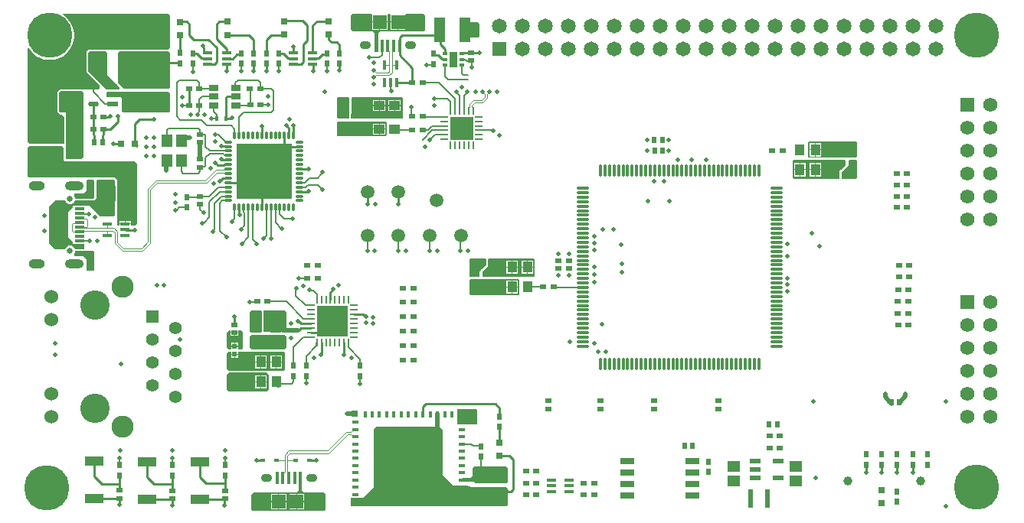
<source format=gtl>
G04*
G04 #@! TF.GenerationSoftware,Altium Limited,Altium Designer,22.9.1 (49)*
G04*
G04 Layer_Physical_Order=1*
G04 Layer_Color=255*
%FSLAX25Y25*%
%MOIN*%
G70*
G04*
G04 #@! TF.SameCoordinates,09DA8A7C-0E06-47C8-8122-5E973528E8BD*
G04*
G04*
G04 #@! TF.FilePolarity,Positive*
G04*
G01*
G75*
%ADD15C,0.00500*%
%ADD17C,0.01000*%
%ADD20R,0.02362X0.02520*%
%ADD21R,0.02520X0.02362*%
%ADD22R,0.02953X0.02362*%
%ADD23R,0.04331X0.05118*%
%ADD24O,0.05512X0.01181*%
%ADD25O,0.01181X0.05512*%
%ADD26R,0.03150X0.03150*%
%ADD27R,0.02362X0.02953*%
%ADD28R,0.04724X0.03937*%
%ADD29R,0.02423X0.02254*%
%ADD30R,0.05512X0.05118*%
%ADD31R,0.04528X0.02362*%
%ADD32R,0.06496X0.02559*%
%ADD33R,0.02362X0.07874*%
%ADD34R,0.04134X0.01772*%
%ADD35R,0.04331X0.02559*%
%ADD36R,0.01772X0.01968*%
%ADD37O,0.01181X0.03347*%
%ADD38O,0.03347X0.01181*%
%ADD39R,0.24410X0.24410*%
%ADD40R,0.04724X0.05512*%
%ADD41R,0.04134X0.01575*%
%ADD42R,0.03150X0.01575*%
%ADD43R,0.01575X0.03150*%
%ADD44R,0.05709X0.05709*%
%ADD45R,0.02756X0.02756*%
%ADD46R,0.03937X0.03543*%
%ADD47R,0.13189X0.13189*%
%ADD48O,0.00984X0.03543*%
%ADD49O,0.03543X0.00984*%
%ADD50R,0.01575X0.04331*%
G04:AMPARAMS|DCode=51|XSize=9.42mil|YSize=35.67mil|CornerRadius=4.71mil|HoleSize=0mil|Usage=FLASHONLY|Rotation=90.000|XOffset=0mil|YOffset=0mil|HoleType=Round|Shape=RoundedRectangle|*
%AMROUNDEDRECTD51*
21,1,0.00942,0.02625,0,0,90.0*
21,1,0.00000,0.03567,0,0,90.0*
1,1,0.00942,0.01313,0.00000*
1,1,0.00942,0.01313,0.00000*
1,1,0.00942,-0.01313,0.00000*
1,1,0.00942,-0.01313,0.00000*
%
%ADD51ROUNDEDRECTD51*%
G04:AMPARAMS|DCode=52|XSize=35.67mil|YSize=9.42mil|CornerRadius=4.71mil|HoleSize=0mil|Usage=FLASHONLY|Rotation=90.000|XOffset=0mil|YOffset=0mil|HoleType=Round|Shape=RoundedRectangle|*
%AMROUNDEDRECTD52*
21,1,0.03567,0.00000,0,0,90.0*
21,1,0.02625,0.00942,0,0,90.0*
1,1,0.00942,0.00000,0.01313*
1,1,0.00942,0.00000,-0.01313*
1,1,0.00942,0.00000,-0.01313*
1,1,0.00942,0.00000,0.01313*
%
%ADD52ROUNDEDRECTD52*%
%ADD53R,0.00942X0.03567*%
%ADD54R,0.01890X0.06693*%
%ADD55R,0.05984X0.06693*%
%ADD56R,0.04488X0.01181*%
%ADD57R,0.04488X0.02362*%
%ADD58R,0.04331X0.01575*%
%ADD59R,0.07874X0.04134*%
%ADD62R,0.02244X0.01654*%
%ADD63C,0.05906*%
%ADD64R,0.05118X0.10630*%
%ADD65R,0.03740X0.06693*%
%ADD66R,0.01850X0.01575*%
%ADD67R,0.03150X0.03150*%
%ADD68R,0.03543X0.03937*%
%ADD69R,0.04745X0.02095*%
G04:AMPARAMS|DCode=70|XSize=47.45mil|YSize=20.95mil|CornerRadius=10.48mil|HoleSize=0mil|Usage=FLASHONLY|Rotation=180.000|XOffset=0mil|YOffset=0mil|HoleType=Round|Shape=RoundedRectangle|*
%AMROUNDEDRECTD70*
21,1,0.04745,0.00000,0,0,180.0*
21,1,0.02650,0.02095,0,0,180.0*
1,1,0.02095,-0.01325,0.00000*
1,1,0.02095,0.01325,0.00000*
1,1,0.02095,0.01325,0.00000*
1,1,0.02095,-0.01325,0.00000*
%
%ADD70ROUNDEDRECTD70*%
%ADD71R,0.02254X0.02423*%
%ADD101R,0.10236X0.10236*%
%ADD131C,0.02559*%
%ADD132R,0.02362X0.02362*%
%ADD133R,0.05906X0.05906*%
%ADD134R,0.01575X0.05315*%
%ADD135C,0.00600*%
%ADD136C,0.02000*%
%ADD137C,0.00522*%
%ADD138C,0.00800*%
%ADD139C,0.00444*%
%ADD140C,0.00598*%
%ADD141C,0.06201*%
%ADD142R,0.06201X0.06201*%
%ADD143C,0.03937*%
%ADD144C,0.19685*%
%ADD145O,0.08268X0.03937*%
%ADD146O,0.07087X0.03937*%
%ADD147O,0.04921X0.03347*%
%ADD148O,0.03543X0.06102*%
%ADD149C,0.06496*%
%ADD150R,0.06496X0.06496*%
%ADD151C,0.05504*%
%ADD152C,0.12795*%
%ADD153C,0.09626*%
%ADD154C,0.06024*%
%ADD155R,0.05504X0.05504*%
%ADD156C,0.01968*%
G36*
X175031Y264151D02*
Y257852D01*
X174244Y257065D01*
X155346D01*
X154559Y256277D01*
Y248010D01*
X152984D01*
Y256277D01*
X152227Y257034D01*
X143565D01*
X142748Y257852D01*
Y264151D01*
X143535Y264939D01*
X151725D01*
X152034Y264567D01*
X152034Y264439D01*
Y261439D01*
X155337D01*
X158640D01*
Y264439D01*
X158640Y264567D01*
X158949Y264939D01*
X159599D01*
X159908Y264567D01*
X159908Y264439D01*
Y261439D01*
X163211D01*
X166514D01*
Y264439D01*
X166514Y264567D01*
X166823Y264939D01*
X174244D01*
X175031Y264151D01*
D02*
G37*
G36*
X198823Y260625D02*
Y255123D01*
X198262Y254561D01*
X190556D01*
Y261254D01*
X198195D01*
X198823Y260625D01*
D02*
G37*
G36*
X27559Y264961D02*
X63386Y264961D01*
X64170Y264177D01*
Y249996D01*
X63386Y249213D01*
X35904D01*
X35827Y249228D01*
X29134Y249228D01*
X29134D01*
D01*
X29056Y249213D01*
X28346D01*
X27559Y248425D01*
Y247729D01*
X27540Y247634D01*
X27540Y239767D01*
X27559Y239672D01*
Y239370D01*
X33245Y233684D01*
Y232427D01*
X32694Y231876D01*
X16138D01*
X14957Y230695D01*
Y230393D01*
X14942Y230315D01*
X14942Y222441D01*
X14942Y222441D01*
X14957Y222363D01*
Y222047D01*
X16138Y220866D01*
X16454D01*
X16532Y220851D01*
X16945D01*
X17930Y219866D01*
Y208268D01*
X2756D01*
X1969Y209055D01*
Y249862D01*
X2455Y249978D01*
X2576Y249741D01*
X3559Y248387D01*
X4742Y247204D01*
X6096Y246220D01*
X7587Y245461D01*
X9178Y244944D01*
X10831Y244682D01*
X12504D01*
X14156Y244944D01*
X14553Y245072D01*
X15748Y245461D01*
X17239Y246220D01*
X18592Y247204D01*
X19775Y248387D01*
X20759Y249741D01*
X21519Y251231D01*
X22036Y252823D01*
X22297Y254475D01*
Y256148D01*
X22036Y257801D01*
X21519Y259392D01*
X20759Y260883D01*
X19775Y262237D01*
X18592Y263420D01*
X17239Y264403D01*
X17099Y264474D01*
X17216Y264961D01*
X27559D01*
D01*
D02*
G37*
G36*
X63342Y248370D02*
X64173Y247539D01*
Y232776D01*
X63423Y232026D01*
X43958Y232026D01*
X41339Y234646D01*
Y247737D01*
X41972Y248370D01*
X63342Y248370D01*
D02*
G37*
G36*
X35827Y248425D02*
X36614Y247638D01*
Y238189D01*
X41886Y232917D01*
Y232044D01*
X41732Y231890D01*
X36220D01*
X28343Y239767D01*
X28343Y247634D01*
X29134Y248425D01*
X35827Y248425D01*
D02*
G37*
G36*
X63386Y230709D02*
X64173Y229921D01*
Y222404D01*
X63423Y221654D01*
X43749D01*
X42913Y222489D01*
X42913Y227991D01*
X42913Y227997D01*
X42564Y228346D01*
X42558Y228346D01*
X36614Y228346D01*
X36220Y228740D01*
Y230315D01*
X36614Y230709D01*
X42913Y230709D01*
X63386Y230709D01*
D02*
G37*
G36*
X165298Y228009D02*
X165298Y219235D01*
X143363Y219235D01*
X142913Y219685D01*
Y227953D01*
X143307Y228346D01*
X164961Y228346D01*
X165298Y228009D01*
D02*
G37*
G36*
X141732Y228346D02*
X142113Y227966D01*
X142111Y227953D01*
Y222205D01*
X142047D01*
Y219606D01*
X141634Y219193D01*
X137106Y219193D01*
X136614Y219685D01*
Y227953D01*
X137008Y228346D01*
X141732Y228346D01*
D02*
G37*
G36*
X158409Y217233D02*
Y212003D01*
X157823Y211417D01*
X137008Y211417D01*
X136614Y211811D01*
X136614Y217323D01*
X137008Y217717D01*
X157925Y217717D01*
X158409Y217233D01*
D02*
G37*
G36*
X362992Y208661D02*
X362992Y202756D01*
X362205Y201969D01*
X342126D01*
X341732Y202362D01*
Y208661D01*
X342126Y209055D01*
X362598D01*
X362992Y208661D01*
D02*
G37*
G36*
X26375Y230315D02*
Y222441D01*
X26342Y222409D01*
X26375Y222378D01*
Y202359D01*
X25591Y201575D01*
X18732Y201575D01*
Y221654D01*
X16532Y221654D01*
X15745Y222441D01*
X15745Y230315D01*
X16487Y231057D01*
X25632D01*
X26375Y230315D01*
D02*
G37*
G36*
X362992Y200787D02*
Y193307D01*
X362614Y192929D01*
X356678Y192929D01*
X356315Y193292D01*
X356315Y195889D01*
X358299Y197874D01*
X358347D01*
Y197921D01*
X359260Y198834D01*
Y200803D01*
X359623Y201166D01*
X362205D01*
X362205Y201166D01*
X362360Y201197D01*
X362583D01*
X362992Y200787D01*
D02*
G37*
G36*
X342126Y201166D02*
X357496D01*
X357874Y200787D01*
Y198819D01*
X355984Y196929D01*
X355669D01*
Y196614D01*
X355512Y196457D01*
X355512Y192913D01*
X335433D01*
X335039Y193307D01*
Y200787D01*
X335433Y201181D01*
X342049D01*
X342126Y201166D01*
D02*
G37*
G36*
X30709Y192520D02*
X31102Y192126D01*
Y184646D01*
X30709Y184252D01*
X22807Y184252D01*
Y184593D01*
X22460Y185431D01*
X22437Y185453D01*
Y186614D01*
X26378Y186614D01*
X27559Y187795D01*
Y192126D01*
X27953Y192520D01*
X30709Y192520D01*
D02*
G37*
G36*
X39773Y192504D02*
X40142Y192136D01*
X40142Y190748D01*
X40118D01*
Y182480D01*
X40142D01*
X40142Y177150D01*
X39370Y176378D01*
X33858Y176378D01*
X29134Y181102D01*
X22441D01*
X22368Y181030D01*
X21709D01*
Y180370D01*
X19685Y178347D01*
Y167323D01*
X21709Y165299D01*
Y164494D01*
X26772D01*
Y162205D01*
X22655D01*
X22460Y162675D01*
X21819Y163316D01*
X20981Y163663D01*
X20074D01*
X19236Y163316D01*
X18595Y162675D01*
X18400Y162205D01*
X14173D01*
X11417Y164961D01*
Y180709D01*
X14173Y183465D01*
X18340D01*
X18595Y182849D01*
X19236Y182207D01*
X20074Y181860D01*
X20981D01*
X21819Y182207D01*
X22441Y182830D01*
X22460Y182849D01*
X22685Y183392D01*
X27771D01*
Y183449D01*
X30709D01*
X30709Y183449D01*
X30786Y183465D01*
X31102D01*
X31890Y184252D01*
Y184568D01*
X31905Y184646D01*
Y192126D01*
X31903Y192139D01*
X32268Y192504D01*
X39773Y192504D01*
D02*
G37*
G36*
X17713Y206303D02*
Y201185D01*
X18504Y200394D01*
X48819Y200394D01*
X49606Y199606D01*
X49606Y173228D01*
X48819Y172441D01*
X47003Y172441D01*
Y173053D01*
X44488D01*
X41973D01*
Y172441D01*
X40945D01*
X40945Y182480D01*
X41102D01*
Y190748D01*
X40945D01*
X40945Y192520D01*
X40157Y193307D01*
X31886Y193307D01*
X30786D01*
X30709Y193323D01*
X27953Y193323D01*
D01*
X27953D01*
X27875Y193307D01*
X2756D01*
X1969Y194095D01*
Y206299D01*
X2756Y207087D01*
X16929D01*
X17713Y206303D01*
D02*
G37*
G36*
X222835Y157874D02*
Y150394D01*
X222441Y150000D01*
X215826D01*
X215748Y150015D01*
X208347Y150015D01*
Y150079D01*
X204252D01*
Y150015D01*
X203622D01*
Y150079D01*
X200315D01*
X200000Y150394D01*
Y152362D01*
X202283Y154646D01*
X202362D01*
X202362Y154724D01*
X202362Y155230D01*
X202378Y155307D01*
X202378Y157874D01*
X202378Y157874D01*
X202707Y158268D01*
X222441D01*
X222835Y157874D01*
D02*
G37*
G36*
X31102Y161024D02*
Y153150D01*
X30709Y152756D01*
X27953Y152756D01*
X27559Y153150D01*
Y157874D01*
X26378Y159055D01*
X22437Y159055D01*
Y160070D01*
X22460Y160093D01*
X22807Y160931D01*
Y161345D01*
X27771D01*
Y161417D01*
X30709D01*
X31102Y161024D01*
D02*
G37*
G36*
X201575Y157874D02*
X201575Y155307D01*
X199811Y153543D01*
X199528D01*
Y153260D01*
X198614Y152347D01*
Y150378D01*
X198315Y150079D01*
X194858D01*
X194488Y150448D01*
X194488Y157874D01*
X194867Y158252D01*
X201197Y158252D01*
X201575Y157874D01*
D02*
G37*
G36*
X216142Y148819D02*
Y142520D01*
X215748Y142126D01*
X194882D01*
X194488Y142520D01*
Y148819D01*
X194882Y149213D01*
X215748Y149213D01*
X216142Y148819D01*
D02*
G37*
G36*
X114567Y134646D02*
Y126772D01*
X113905Y126110D01*
X105153D01*
X104740Y126378D01*
Y131282D01*
X104724Y131360D01*
Y135433D01*
X113779D01*
X114567Y134646D01*
D02*
G37*
G36*
X95669Y125984D02*
X95669Y119291D01*
X94882Y118504D01*
X93603D01*
Y119623D01*
X92126D01*
Y119798D01*
D01*
Y119623D01*
X90649D01*
Y118504D01*
X89764D01*
X88857Y119411D01*
X88857Y125865D01*
X89764Y126772D01*
X90516D01*
Y126002D01*
X93736D01*
Y126772D01*
X94882D01*
X95669Y125984D01*
D02*
G37*
G36*
X103902Y135111D02*
Y131282D01*
X103937D01*
Y126378D01*
X103275Y125716D01*
X99481D01*
X98819Y126378D01*
Y134646D01*
X99606Y135433D01*
X103535D01*
X103902Y135111D01*
D02*
G37*
G36*
X114567Y124016D02*
Y119291D01*
X113779Y118504D01*
X99606D01*
X98819Y119291D01*
Y124016D01*
X99606Y124803D01*
X113779D01*
X114567Y124016D01*
D02*
G37*
G36*
X114052Y117023D02*
Y109937D01*
X113265Y109149D01*
X89643D01*
X88856Y109937D01*
Y116630D01*
X89643Y117417D01*
X90649D01*
Y116598D01*
X92126D01*
X93603D01*
Y117417D01*
X113659D01*
X114052Y117023D01*
D02*
G37*
G36*
X89643Y108346D02*
X106194D01*
X106966Y107574D01*
X106966Y100882D01*
X106178Y100094D01*
X89643Y100094D01*
X88856Y100882D01*
Y107574D01*
X89630Y108349D01*
X89643Y108346D01*
D02*
G37*
G36*
X197642Y91963D02*
Y86057D01*
X197249Y85664D01*
X188981D01*
Y92357D01*
X197249D01*
X197642Y91963D01*
D02*
G37*
G36*
X211024Y66929D02*
X211024Y60630D01*
X210390Y59996D01*
X197135D01*
X196348Y60783D01*
X191230D01*
Y62358D01*
X194576Y62358D01*
X195669Y63451D01*
Y66929D01*
X196216Y67476D01*
X210476D01*
X211024Y66929D01*
D02*
G37*
G36*
X182568Y83618D02*
Y63933D01*
X187293Y59209D01*
X192805D01*
Y58781D01*
X193210Y59074D01*
X195167Y58421D01*
X210476D01*
X211024Y57874D01*
Y50787D01*
X210390Y50153D01*
X142805D01*
Y53671D01*
X146926D01*
Y53697D01*
X147923D01*
X152647Y58421D01*
Y83618D01*
X153828Y84799D01*
X181387Y84799D01*
X182568Y83618D01*
D02*
G37*
G36*
X121504Y56754D02*
X122262Y55997D01*
X130923D01*
X131741Y55180D01*
Y48880D01*
X131128Y48268D01*
X100070D01*
X99457Y48880D01*
Y55180D01*
X100245Y55967D01*
X119142D01*
X119930Y56754D01*
Y65022D01*
X121504D01*
Y56754D01*
D02*
G37*
%LPC*%
G36*
X166514Y261089D02*
X163386D01*
Y257961D01*
X166514D01*
Y261089D01*
D02*
G37*
G36*
X163036D02*
X159908D01*
Y257961D01*
X163036D01*
Y261089D01*
D02*
G37*
G36*
X158640D02*
X155512D01*
Y257961D01*
X158640D01*
Y261089D01*
D02*
G37*
G36*
X155162D02*
X152034D01*
Y257961D01*
X155162D01*
Y261089D01*
D02*
G37*
G36*
X164495Y227110D02*
X161958D01*
Y224967D01*
X164495D01*
Y227110D01*
D02*
G37*
G36*
X161608D02*
X159071D01*
Y224967D01*
X161608D01*
Y227110D01*
D02*
G37*
G36*
X157802D02*
X155265D01*
Y224967D01*
X157802D01*
Y227110D01*
D02*
G37*
G36*
X154915D02*
X152378D01*
Y224967D01*
X154915D01*
Y227110D01*
D02*
G37*
G36*
X164495Y224617D02*
X161958D01*
Y222473D01*
X164495D01*
Y224617D01*
D02*
G37*
G36*
X161608D02*
X159071D01*
Y222473D01*
X161608D01*
Y224617D01*
D02*
G37*
G36*
X157802D02*
X155265D01*
Y222473D01*
X157802D01*
Y224617D01*
D02*
G37*
G36*
X154915D02*
X152378D01*
Y222473D01*
X154915D01*
Y224617D01*
D02*
G37*
G36*
X157802Y216874D02*
X155265D01*
Y214731D01*
X157802D01*
Y216874D01*
D02*
G37*
G36*
X154915D02*
X152378D01*
Y214731D01*
X154915D01*
Y216874D01*
D02*
G37*
G36*
X157802Y214381D02*
X155265D01*
Y212237D01*
X157802D01*
Y214381D01*
D02*
G37*
G36*
X154915D02*
X152378D01*
Y212237D01*
X154915D01*
Y214381D01*
D02*
G37*
G36*
X347397Y208421D02*
X345057D01*
Y205687D01*
X347397D01*
Y208421D01*
D02*
G37*
G36*
X344707D02*
X342367D01*
Y205687D01*
X344707D01*
Y208421D01*
D02*
G37*
G36*
X347397Y205337D02*
X345057D01*
Y202603D01*
X347397D01*
Y205337D01*
D02*
G37*
G36*
X344707D02*
X342367D01*
Y202603D01*
X344707D01*
Y205337D01*
D02*
G37*
G36*
X347397Y199759D02*
X345057D01*
Y197025D01*
X347397D01*
Y199759D01*
D02*
G37*
G36*
X340704D02*
X338364D01*
Y197025D01*
X340704D01*
Y199759D01*
D02*
G37*
G36*
X338014D02*
X335674D01*
Y197025D01*
X338014D01*
Y199759D01*
D02*
G37*
G36*
X344707D02*
X342367D01*
Y197025D01*
X344707D01*
Y199759D01*
D02*
G37*
G36*
X347397Y196675D02*
X345057D01*
Y193941D01*
X347397D01*
Y196675D01*
D02*
G37*
G36*
X344707D02*
X342367D01*
Y193941D01*
X344707D01*
Y196675D01*
D02*
G37*
G36*
X340704D02*
X338364D01*
Y193941D01*
X340704D01*
Y196675D01*
D02*
G37*
G36*
X338014D02*
X335674D01*
Y193941D01*
X338014D01*
Y196675D01*
D02*
G37*
G36*
X47003Y174366D02*
X44663D01*
Y173403D01*
X47003D01*
Y174366D01*
D02*
G37*
G36*
X44313D02*
X41973D01*
Y173403D01*
X44313D01*
Y174366D01*
D02*
G37*
G36*
X222082Y157240D02*
X219742D01*
Y154506D01*
X222082D01*
Y157240D01*
D02*
G37*
G36*
X219392D02*
X217052D01*
Y154506D01*
X219392D01*
Y157240D01*
D02*
G37*
G36*
X215389D02*
X213049D01*
Y154506D01*
X215389D01*
Y157240D01*
D02*
G37*
G36*
X212699D02*
X210359D01*
Y154506D01*
X212699D01*
Y157240D01*
D02*
G37*
G36*
X222082Y154156D02*
X219742D01*
Y151422D01*
X222082D01*
Y154156D01*
D02*
G37*
G36*
X219392D02*
X217052D01*
Y151422D01*
X219392D01*
Y154156D01*
D02*
G37*
G36*
X215389D02*
X213049D01*
Y151422D01*
X215389D01*
Y154156D01*
D02*
G37*
G36*
X212699D02*
X210359D01*
Y151422D01*
X212699D01*
Y154156D01*
D02*
G37*
G36*
X215389Y148578D02*
X213049D01*
Y145844D01*
X215389D01*
Y148578D01*
D02*
G37*
G36*
X212699D02*
X210359D01*
Y145844D01*
X212699D01*
Y148578D01*
D02*
G37*
G36*
X215389Y145494D02*
X213049D01*
Y142760D01*
X215389D01*
Y145494D01*
D02*
G37*
G36*
X212699D02*
X210359D01*
Y142760D01*
X212699D01*
Y145494D01*
D02*
G37*
G36*
X93736Y125652D02*
X92301D01*
Y124296D01*
X93736D01*
Y125652D01*
D02*
G37*
G36*
X91951D02*
X90516D01*
Y124296D01*
X91951D01*
Y125652D01*
D02*
G37*
G36*
X93603Y121359D02*
X92301D01*
Y119973D01*
X93603D01*
Y121359D01*
D02*
G37*
G36*
X91951D02*
X90649D01*
Y119973D01*
X91951D01*
Y121359D01*
D02*
G37*
G36*
X93603Y116248D02*
X92301D01*
Y114862D01*
X93603D01*
Y116248D01*
D02*
G37*
G36*
X91951D02*
X90649D01*
Y114862D01*
X91951D01*
Y116248D01*
D02*
G37*
G36*
X112754Y115900D02*
X110414D01*
Y113166D01*
X112754D01*
Y115900D01*
D02*
G37*
G36*
X110064D02*
X107723D01*
Y113166D01*
X110064D01*
Y115900D01*
D02*
G37*
G36*
X106061D02*
X103721D01*
Y113166D01*
X106061D01*
Y115900D01*
D02*
G37*
G36*
X103371D02*
X101030D01*
Y113166D01*
X103371D01*
Y115900D01*
D02*
G37*
G36*
X112754Y112816D02*
X110414D01*
Y110082D01*
X112754D01*
Y112816D01*
D02*
G37*
G36*
X110064D02*
X107723D01*
Y110082D01*
X110064D01*
Y112816D01*
D02*
G37*
G36*
X106061D02*
X103721D01*
Y110082D01*
X106061D01*
Y112816D01*
D02*
G37*
G36*
X103371D02*
X101030D01*
Y110082D01*
X103371D01*
Y112816D01*
D02*
G37*
G36*
X106061Y107238D02*
X103721D01*
Y104504D01*
X106061D01*
Y107238D01*
D02*
G37*
G36*
X103371D02*
X101030D01*
Y104504D01*
X103371D01*
Y107238D01*
D02*
G37*
G36*
X106061Y104154D02*
X103721D01*
Y101420D01*
X106061D01*
Y104154D01*
D02*
G37*
G36*
X103371D02*
X101030D01*
Y101420D01*
X103371D01*
Y104154D01*
D02*
G37*
G36*
X122493Y55433D02*
X119365D01*
Y52306D01*
X122493D01*
Y55433D01*
D02*
G37*
G36*
X119015D02*
X115887D01*
Y52306D01*
X119015D01*
Y55433D01*
D02*
G37*
G36*
X114619D02*
X111491D01*
Y52306D01*
X114619D01*
Y55433D01*
D02*
G37*
G36*
X111141D02*
X108013D01*
Y52306D01*
X111141D01*
Y55433D01*
D02*
G37*
G36*
X122493Y51956D02*
X119365D01*
Y48828D01*
X122493D01*
Y51956D01*
D02*
G37*
G36*
X119015D02*
X115887D01*
Y48828D01*
X119015D01*
Y51956D01*
D02*
G37*
G36*
X114619D02*
X111491D01*
Y48828D01*
X114619D01*
Y51956D01*
D02*
G37*
G36*
X111141D02*
X108013D01*
Y48828D01*
X111141D01*
Y51956D01*
D02*
G37*
%LPD*%
D15*
X128347Y190157D02*
X130526Y187978D01*
X105946Y168151D02*
Y180559D01*
X100041Y166495D02*
X101585Y164951D01*
X104724Y166929D02*
X105946Y168151D01*
X101585Y164566D02*
Y164951D01*
X78983Y173865D02*
X81178Y176059D01*
X77953Y173622D02*
X78196Y173865D01*
X83465Y170817D02*
Y182283D01*
X85827Y170079D02*
Y182285D01*
X78196Y173865D02*
X78983D01*
X82677Y170029D02*
X83465Y170817D01*
X81178Y176059D02*
Y182754D01*
X82677Y169685D02*
Y170029D01*
X94882Y170866D02*
Y170875D01*
X90945Y174378D02*
X92026Y175459D01*
Y177905D01*
X90945Y174016D02*
Y174378D01*
X85827Y170079D02*
X88583Y167323D01*
X95276Y164567D02*
X95276D01*
X96494Y172487D02*
Y177905D01*
X94882Y170875D02*
X96494Y172487D01*
X100041Y166495D02*
Y180559D01*
X98072Y167364D02*
Y180559D01*
X95276Y164567D02*
X98072Y167364D01*
X71260Y184941D02*
X76909D01*
X77165Y185197D02*
X80866D01*
X76909Y184941D02*
X77165Y185197D01*
X128288Y193249D02*
X129855Y194816D01*
Y194865D02*
X130315Y195325D01*
X124745Y193249D02*
X128288D01*
X122685Y191189D02*
X124745Y193249D01*
X129855Y194816D02*
Y194865D01*
X124016Y190157D02*
X128347D01*
X123079Y189220D02*
X124016Y190157D01*
X130315Y195325D02*
Y195669D01*
X120513Y191189D02*
X122685D01*
X120513Y189220D02*
X123079D01*
X84890D02*
X89411D01*
X85675Y187252D02*
X89411D01*
X80866Y185197D02*
X84890Y189220D01*
X81178Y182754D02*
X85675Y187252D01*
X83465Y182283D02*
X86464Y185283D01*
X86856Y183315D02*
X89411D01*
X86464Y185283D02*
X89411D01*
X85827Y182285D02*
X86856Y183315D01*
X92167Y178046D02*
Y180559D01*
X96104Y178295D02*
Y180559D01*
X92026Y177905D02*
X92167Y178046D01*
X96104Y178295D02*
X96494Y177905D01*
D17*
X198261Y247867D02*
X198425Y248031D01*
X195195Y247867D02*
X198261D01*
X366929Y64961D02*
Y68209D01*
X373622Y64961D02*
Y68209D01*
X380315Y64961D02*
Y68209D01*
X387402Y64961D02*
Y68209D01*
X113779Y261811D02*
X121653D01*
X117717Y247933D02*
Y250394D01*
Y247933D02*
X117815Y247835D01*
X122047Y243701D02*
Y251575D01*
X121653Y261811D02*
X123622Y259842D01*
X122047Y251575D02*
X123622Y253150D01*
Y259842D01*
X126083Y247835D02*
Y259744D01*
X127953Y261614D01*
X128698Y245627D02*
X130315Y247244D01*
X127953Y261614D02*
X133071D01*
X130315Y247244D02*
X131988D01*
X132283Y247539D01*
X115199Y245627D02*
X116971D01*
X117323Y245276D01*
X117815Y242717D02*
X121063D01*
X122047Y243701D01*
X126083Y242717D02*
X126378Y242421D01*
Y239764D02*
Y242421D01*
X127165Y245276D02*
X127517Y245627D01*
X128698D01*
X68504Y247638D02*
Y255118D01*
X68898Y261417D02*
X71260D01*
X72441Y260236D01*
Y255512D02*
Y260236D01*
Y255512D02*
X74410Y253543D01*
X74016Y247539D02*
X74072Y247483D01*
X75745D01*
X77798Y245430D01*
X74410Y253543D02*
X80709D01*
X78347Y250525D02*
Y250787D01*
Y250525D02*
X78847Y250025D01*
Y248220D02*
Y250025D01*
X77798Y245430D02*
X80259D01*
X78847Y248220D02*
X80028D01*
X80413Y247835D01*
X80259Y245430D02*
X80413Y245276D01*
X105905Y253543D02*
X107874Y255512D01*
X113779D01*
X111417Y247539D02*
X113287D01*
X113771Y255717D02*
X113779Y255709D01*
X113754Y255487D02*
X113820Y255421D01*
X113287Y247539D02*
X115199Y245627D01*
X98425Y255512D02*
X100394Y253543D01*
X100394Y239764D02*
X100394Y239764D01*
Y243012D01*
Y247933D02*
Y253543D01*
X105905Y247539D02*
Y253543D01*
Y239764D02*
Y243012D01*
X88681Y247835D02*
Y249508D01*
X88583Y242331D02*
X88973Y242721D01*
X89459D01*
X88681Y245276D02*
X91339D01*
X93152Y247089D01*
X88976Y255512D02*
X98425D01*
X93152Y247089D02*
X94432D01*
X94882Y247539D01*
X80413Y242717D02*
X83268D01*
X80709Y253543D02*
X84252Y250000D01*
X83268Y242717D02*
X84252Y243701D01*
Y253937D02*
Y260236D01*
Y243701D02*
Y250000D01*
Y260236D02*
X85433Y261417D01*
X84252Y253937D02*
X88681Y249508D01*
X85433Y261417D02*
X88976D01*
X88583Y239764D02*
Y242331D01*
X137795Y240158D02*
Y243012D01*
X133071Y253543D02*
Y255512D01*
Y253543D02*
X134252Y252362D01*
X136614D01*
X137795Y251181D01*
Y247539D02*
Y251181D01*
X67913Y243701D02*
X68504Y243110D01*
X67823Y243307D02*
X67913Y243398D01*
Y243701D01*
X48622Y208268D02*
Y216732D01*
X50787Y218898D02*
X57087D01*
X48622Y216732D02*
X50787Y218898D01*
X72244Y225000D02*
Y232283D01*
X72047Y224803D02*
X72244Y225000D01*
X103988Y215810D02*
X103999Y215821D01*
X103988Y211672D02*
Y215810D01*
X117735Y211683D02*
X117757Y211661D01*
X117735Y215785D02*
X118034Y216084D01*
X114564Y216060D02*
X115789Y214834D01*
X118034Y216084D02*
X118051D01*
X117735Y211683D02*
Y215785D01*
X115789Y211661D02*
Y214834D01*
X114564Y216060D02*
Y216142D01*
X124284Y187277D02*
X124350Y187344D01*
X120539Y187277D02*
X124284D01*
X115351Y206693D02*
X115595Y206937D01*
X120548Y197060D02*
X124395D01*
X120513Y197094D02*
X120548Y197060D01*
X115595Y206937D02*
X120513D01*
X124395Y197060D02*
X124459Y196996D01*
X113776Y205512D02*
X113820Y205556D01*
Y211661D01*
X120513Y187252D02*
X120539Y187277D01*
X88826Y228668D02*
X92560D01*
X88240Y219157D02*
X90417D01*
X90551Y219291D01*
X88240Y228082D02*
X88826Y228668D01*
X88240Y219157D02*
Y228082D01*
X103934Y184646D02*
X103978Y184601D01*
Y180559D02*
Y184601D01*
X86216Y207253D02*
X86478D01*
X86759Y206971D01*
X89376D02*
X89411Y206937D01*
X85997Y192238D02*
X86882Y193123D01*
X85997Y191921D02*
Y192238D01*
X86882Y193123D02*
X89376D01*
X89411Y191189D02*
X93847D01*
X85812Y191735D02*
X85997Y191921D01*
X89376Y193123D02*
X89411Y193157D01*
X93847Y191189D02*
X94091Y190945D01*
X86759Y206971D02*
X89376D01*
X94135Y180559D02*
X94170Y180524D01*
Y177070D02*
Y180524D01*
Y177070D02*
X94260Y176980D01*
X83929Y199772D02*
X84794Y198907D01*
X83667Y199772D02*
X83929D01*
X84794Y198907D02*
X87421D01*
X86268Y201392D02*
X86530D01*
X86856Y201066D01*
X103978Y211661D02*
X103988Y211672D01*
X86856Y201066D02*
X89376D01*
X89411Y201031D01*
X89376Y199028D02*
X89411Y199063D01*
X87541Y199028D02*
X89376D01*
X87421Y198907D02*
X87541Y199028D01*
X49213Y207087D02*
X49606Y207480D01*
X211811Y72047D02*
X213386Y70473D01*
X207480Y72047D02*
X211811D01*
X211024Y56299D02*
X212205D01*
X210630Y56693D02*
X211024Y56299D01*
X213386Y57480D02*
Y70472D01*
X212205Y56299D02*
X213386Y57480D01*
X207480Y77953D02*
Y84252D01*
X205645Y94748D02*
X207480Y92913D01*
Y88583D02*
Y89173D01*
Y92913D01*
X175301Y94748D02*
X205645D01*
X174091Y90285D02*
Y93538D01*
X175301Y94748D01*
X169390Y234646D02*
Y241240D01*
X163919Y246710D02*
X169390Y241240D01*
X163919Y246710D02*
Y250910D01*
X162598Y234646D02*
X168602D01*
X130173Y125842D02*
X130709Y126378D01*
X125475Y125842D02*
X130173D01*
X119685Y126772D02*
X119947D01*
X120986Y127811D01*
X125475D01*
X39351Y208268D02*
X42717D01*
X62598Y243307D02*
X67823D01*
X120876Y129780D02*
X125475D01*
X119685Y130709D02*
X119947D01*
X120876Y129780D01*
X92126Y129291D02*
Y132835D01*
X53981Y53152D02*
X65032D01*
X41882Y53386D02*
X42694D01*
X76970Y62793D02*
Y69325D01*
Y62793D02*
X79765Y59999D01*
X87977D01*
X53981Y62948D02*
X57028Y59901D01*
X64961D01*
X53981Y62948D02*
Y69491D01*
X31065Y63030D02*
X34252Y59842D01*
X31065Y63030D02*
Y68935D01*
X34252Y59842D02*
X41882D01*
X41339Y217717D02*
Y220079D01*
X37930Y214308D02*
X41339Y217717D01*
X35096Y214308D02*
X37930D01*
X37946Y219917D02*
X38109Y220079D01*
X35258Y219917D02*
X37946D01*
X35096Y219754D02*
X35258Y219917D01*
X35096Y212200D02*
Y214173D01*
X34606Y208651D02*
X34616Y208661D01*
X178740Y247422D02*
Y247441D01*
Y247422D02*
X179421Y246741D01*
X180818D01*
X182318Y245241D01*
X183490D01*
X183778Y244954D01*
X181739Y251597D02*
X183858Y249478D01*
Y248031D02*
Y249478D01*
X163919Y250910D02*
X163972Y250962D01*
X65032Y53152D02*
Y53314D01*
Y50544D02*
Y53152D01*
X65371D01*
X135039Y144620D02*
Y144882D01*
X133841Y143422D02*
X135039Y144620D01*
X133841Y140114D02*
Y143422D01*
X41882Y59842D02*
Y64567D01*
Y56850D02*
Y59842D01*
X87977Y59999D02*
Y63173D01*
Y56900D02*
Y59999D01*
Y63173D02*
X88189Y63386D01*
X87927Y56850D02*
X87977Y56900D01*
X87795Y50394D02*
X87861Y50460D01*
X87782Y52987D02*
X87861Y52908D01*
X76970Y52987D02*
X87782D01*
X87861Y50460D02*
Y52908D01*
X64961Y57480D02*
X65354Y57087D01*
X64961Y57480D02*
Y59901D01*
Y63484D01*
Y53386D02*
X65032Y53314D01*
Y50544D02*
X65104Y50472D01*
X42126Y50866D02*
Y53228D01*
X30985Y53430D02*
X41383D01*
X139755Y116151D02*
X139764Y116142D01*
X139755Y116151D02*
Y121405D01*
X139747Y121413D02*
X139755Y121405D01*
X44726Y170436D02*
X48783D01*
X44690Y170473D02*
X44726Y170436D01*
X48783D02*
X48819Y170473D01*
X129896Y116360D02*
Y121405D01*
X129804Y116268D02*
X129896Y116360D01*
Y121405D02*
X129904Y121413D01*
X149084Y132702D02*
X149293D01*
X148070Y133716D02*
X149084Y132702D01*
X144176Y133716D02*
X148070D01*
X127486Y70175D02*
X127582Y70271D01*
X124801Y70175D02*
X127486D01*
X124705Y70079D02*
X124801Y70175D01*
X101698Y69978D02*
X104328D01*
X104429Y70079D01*
X190982Y247513D02*
X191196Y247727D01*
X195055D02*
X195195Y247867D01*
X191196Y247727D02*
X195055D01*
X180597Y255371D02*
X181475Y256249D01*
X164919Y255371D02*
X180597D01*
X163972Y254424D02*
X164919Y255371D01*
X163972Y250962D02*
Y254424D01*
X181739Y251597D02*
Y256249D01*
X187274Y246583D02*
X188233Y247541D01*
X30568Y212263D02*
Y214308D01*
Y212263D02*
X31141Y211689D01*
Y208651D02*
Y211689D01*
X34606Y208651D02*
Y211711D01*
X35096Y212200D01*
X30568Y214308D02*
X30568Y214308D01*
X30568Y214308D02*
Y219754D01*
X30665Y219850D02*
Y225585D01*
X163386Y181890D02*
Y186221D01*
X150000Y181890D02*
Y187008D01*
D20*
X278268Y209842D02*
D03*
X274803D02*
D03*
X278346Y205118D02*
D03*
X274882D02*
D03*
X200394Y156693D02*
D03*
X203858D02*
D03*
X357638Y194882D02*
D03*
X354173D02*
D03*
X328268Y85827D02*
D03*
X324803D02*
D03*
X288032Y76378D02*
D03*
X291496D02*
D03*
X381372Y95332D02*
D03*
X377908D02*
D03*
X34606Y208651D02*
D03*
X31141D02*
D03*
D21*
X233071Y157244D02*
D03*
Y153779D02*
D03*
X237795D02*
D03*
Y157244D02*
D03*
X302652Y95980D02*
D03*
Y92516D02*
D03*
X274700Y95980D02*
D03*
Y92516D02*
D03*
X251471Y95980D02*
D03*
Y92516D02*
D03*
X228637Y95980D02*
D03*
Y92516D02*
D03*
X201575Y148110D02*
D03*
Y151575D02*
D03*
X206299Y148110D02*
D03*
Y151575D02*
D03*
X196850Y148110D02*
D03*
Y151575D02*
D03*
X139370Y220236D02*
D03*
Y216772D02*
D03*
X148763Y220216D02*
D03*
Y216751D02*
D03*
X144095Y216772D02*
D03*
Y220236D02*
D03*
X351575Y199843D02*
D03*
X356299Y203307D02*
D03*
Y199843D02*
D03*
X361024Y203307D02*
D03*
Y199843D02*
D03*
X351575Y203307D02*
D03*
X77165Y201339D02*
D03*
Y197874D02*
D03*
Y181732D02*
D03*
Y185197D02*
D03*
X77165Y208661D02*
D03*
Y212126D02*
D03*
X87927Y56850D02*
D03*
Y53386D02*
D03*
X42028Y57087D02*
D03*
Y53622D02*
D03*
X64961Y53386D02*
D03*
Y56850D02*
D03*
X195195Y247867D02*
D03*
Y244403D02*
D03*
X92126Y125827D02*
D03*
Y129291D02*
D03*
Y106929D02*
D03*
Y110394D02*
D03*
X97244D02*
D03*
Y106929D02*
D03*
X106733Y123600D02*
D03*
Y127065D02*
D03*
X112087Y127055D02*
D03*
Y123590D02*
D03*
X101460Y123607D02*
D03*
Y127072D02*
D03*
D22*
X231004Y145669D02*
D03*
X226476D02*
D03*
X169390Y220079D02*
D03*
X173917D02*
D03*
X169390Y214173D02*
D03*
X173917D02*
D03*
X326083Y205118D02*
D03*
X330610D02*
D03*
X329429Y75590D02*
D03*
X324902D02*
D03*
Y80709D02*
D03*
X329429D02*
D03*
X72244Y232283D02*
D03*
X76772D02*
D03*
X72244Y224803D02*
D03*
X76772D02*
D03*
X98819Y232283D02*
D03*
X103347D02*
D03*
X103445Y225197D02*
D03*
X98917D02*
D03*
X381299Y150000D02*
D03*
X385827D02*
D03*
X380906Y144488D02*
D03*
X385433D02*
D03*
X381201Y155118D02*
D03*
X385728D02*
D03*
X380709Y139370D02*
D03*
X385236D02*
D03*
X380807Y134252D02*
D03*
X385335D02*
D03*
X380906Y129134D02*
D03*
X385433D02*
D03*
X380315Y180315D02*
D03*
X384842D02*
D03*
X380315Y185039D02*
D03*
X384842D02*
D03*
X380315Y190157D02*
D03*
X384842D02*
D03*
X380315Y195276D02*
D03*
X384842D02*
D03*
X218898Y55118D02*
D03*
X223425D02*
D03*
X244193Y60236D02*
D03*
X248721D02*
D03*
X218898Y65354D02*
D03*
X223425D02*
D03*
X248721Y55118D02*
D03*
X244193D02*
D03*
X218898Y60236D02*
D03*
X223425D02*
D03*
X101969Y139370D02*
D03*
X106496D02*
D03*
X169390Y234646D02*
D03*
X173917D02*
D03*
X123721Y149606D02*
D03*
X128248D02*
D03*
X169980Y145276D02*
D03*
X165453D02*
D03*
X169980Y132677D02*
D03*
X165453D02*
D03*
X169980Y138976D02*
D03*
X165453D02*
D03*
X169980Y126378D02*
D03*
X165453D02*
D03*
X169980Y113779D02*
D03*
X165453D02*
D03*
X169980Y120079D02*
D03*
X165453D02*
D03*
X128347Y155118D02*
D03*
X123819D02*
D03*
X35096Y219754D02*
D03*
X30568D02*
D03*
X35096Y214308D02*
D03*
X30568D02*
D03*
D23*
X212874Y154331D02*
D03*
X219567D02*
D03*
X212874Y145669D02*
D03*
X219567D02*
D03*
X344882Y196850D02*
D03*
X338189D02*
D03*
X344882Y205512D02*
D03*
X338189D02*
D03*
X103546Y112991D02*
D03*
X110239D02*
D03*
X103546Y104329D02*
D03*
X110239D02*
D03*
D24*
X243701Y119882D02*
D03*
Y121850D02*
D03*
Y123819D02*
D03*
Y125787D02*
D03*
Y127756D02*
D03*
Y129724D02*
D03*
Y131693D02*
D03*
Y133661D02*
D03*
Y135630D02*
D03*
Y137598D02*
D03*
Y139567D02*
D03*
Y141535D02*
D03*
Y143504D02*
D03*
Y145472D02*
D03*
Y147441D02*
D03*
Y149409D02*
D03*
Y151378D02*
D03*
Y153347D02*
D03*
Y155315D02*
D03*
Y157283D02*
D03*
Y159252D02*
D03*
Y161221D02*
D03*
Y163189D02*
D03*
Y165157D02*
D03*
Y167126D02*
D03*
Y169095D02*
D03*
Y171063D02*
D03*
Y173031D02*
D03*
Y175000D02*
D03*
Y176969D02*
D03*
Y178937D02*
D03*
Y180905D02*
D03*
Y182874D02*
D03*
Y184843D02*
D03*
Y186811D02*
D03*
Y188779D02*
D03*
X327953D02*
D03*
Y186811D02*
D03*
Y184843D02*
D03*
Y182874D02*
D03*
Y180905D02*
D03*
Y178937D02*
D03*
Y176969D02*
D03*
Y175000D02*
D03*
Y173031D02*
D03*
Y171063D02*
D03*
Y169095D02*
D03*
Y167126D02*
D03*
Y165157D02*
D03*
Y163189D02*
D03*
Y161221D02*
D03*
Y159252D02*
D03*
Y157283D02*
D03*
Y155315D02*
D03*
Y153347D02*
D03*
Y151378D02*
D03*
Y149409D02*
D03*
Y147441D02*
D03*
Y145472D02*
D03*
Y143504D02*
D03*
Y141535D02*
D03*
Y139567D02*
D03*
Y137598D02*
D03*
Y135630D02*
D03*
Y133661D02*
D03*
Y131693D02*
D03*
Y129724D02*
D03*
Y127756D02*
D03*
Y125787D02*
D03*
Y123819D02*
D03*
Y121850D02*
D03*
Y119882D02*
D03*
D25*
X251378Y196457D02*
D03*
X253346D02*
D03*
X255315D02*
D03*
X257283D02*
D03*
X259252D02*
D03*
X261221D02*
D03*
X263189D02*
D03*
X265158D02*
D03*
X267126D02*
D03*
X269094D02*
D03*
X271063D02*
D03*
X273031D02*
D03*
X275000D02*
D03*
X276969D02*
D03*
X278937D02*
D03*
X280906D02*
D03*
X282874D02*
D03*
X284842D02*
D03*
X286811D02*
D03*
X288779D02*
D03*
X290748D02*
D03*
X292717D02*
D03*
X294685D02*
D03*
X296654D02*
D03*
X298622D02*
D03*
X300591D02*
D03*
X302559D02*
D03*
X304528D02*
D03*
X306496D02*
D03*
X308465D02*
D03*
X310433D02*
D03*
X312402D02*
D03*
X314370D02*
D03*
X316339D02*
D03*
X318307D02*
D03*
X320276D02*
D03*
Y112205D02*
D03*
X318307D02*
D03*
X316339D02*
D03*
X314370D02*
D03*
X312402D02*
D03*
X310433D02*
D03*
X308465D02*
D03*
X306496D02*
D03*
X304528D02*
D03*
X302559D02*
D03*
X300591D02*
D03*
X298622D02*
D03*
X296654D02*
D03*
X294685D02*
D03*
X292717D02*
D03*
X290748D02*
D03*
X288779D02*
D03*
X286811D02*
D03*
X284842D02*
D03*
X282874D02*
D03*
X280906D02*
D03*
X278937D02*
D03*
X276969D02*
D03*
X275000D02*
D03*
X273031D02*
D03*
X271063D02*
D03*
X269094D02*
D03*
X267126D02*
D03*
X265158D02*
D03*
X263189D02*
D03*
X261221D02*
D03*
X259252D02*
D03*
X257283D02*
D03*
X255315D02*
D03*
X253346D02*
D03*
X251378D02*
D03*
D26*
X373622Y57284D02*
D03*
Y51378D02*
D03*
X88976Y261417D02*
D03*
Y255512D02*
D03*
X68504Y255315D02*
D03*
Y261221D02*
D03*
X113779Y261614D02*
D03*
Y255709D02*
D03*
X133071D02*
D03*
Y261614D02*
D03*
X207480Y72047D02*
D03*
Y77953D02*
D03*
D27*
X380315Y52067D02*
D03*
Y56595D02*
D03*
X393701Y72736D02*
D03*
Y68209D02*
D03*
X380315D02*
D03*
Y72736D02*
D03*
X373622Y68209D02*
D03*
Y72736D02*
D03*
X387402Y68209D02*
D03*
Y72736D02*
D03*
X366929Y68209D02*
D03*
Y72736D02*
D03*
X298425Y69587D02*
D03*
Y65059D02*
D03*
X94882Y243012D02*
D03*
Y247539D02*
D03*
X100394D02*
D03*
Y243012D02*
D03*
X68504Y247638D02*
D03*
Y243110D02*
D03*
X74016Y243012D02*
D03*
Y247539D02*
D03*
X105905Y247539D02*
D03*
Y243012D02*
D03*
X111417D02*
D03*
Y247539D02*
D03*
X132283Y243012D02*
D03*
Y247539D02*
D03*
X137795D02*
D03*
Y243012D02*
D03*
X71260Y180413D02*
D03*
Y184941D02*
D03*
X207480Y84646D02*
D03*
Y89173D02*
D03*
X199377Y71763D02*
D03*
Y76290D02*
D03*
X178740Y247441D02*
D03*
Y242913D02*
D03*
X64961Y63484D02*
D03*
Y68012D02*
D03*
X88026Y63484D02*
D03*
Y68012D02*
D03*
X146850Y106791D02*
D03*
Y111319D02*
D03*
X123228Y106791D02*
D03*
Y111319D02*
D03*
X42126Y63484D02*
D03*
Y68012D02*
D03*
X117717Y106791D02*
D03*
Y111319D02*
D03*
D28*
X155090Y224792D02*
D03*
X161783D02*
D03*
X155090Y214556D02*
D03*
X161783D02*
D03*
D29*
X144207Y225984D02*
D03*
X140832D02*
D03*
X102526Y133197D02*
D03*
X105900D02*
D03*
D30*
X336221Y61024D02*
D03*
Y67323D02*
D03*
X309449Y61024D02*
D03*
Y67323D02*
D03*
X6299Y204331D02*
D03*
Y210630D02*
D03*
X59055Y228346D02*
D03*
Y234646D02*
D03*
X50000D02*
D03*
Y228346D02*
D03*
X21256Y234646D02*
D03*
Y228346D02*
D03*
D31*
X328543Y69882D02*
D03*
Y62402D02*
D03*
X318701D02*
D03*
Y66142D02*
D03*
Y69882D02*
D03*
D32*
X291339Y69705D02*
D03*
Y64705D02*
D03*
Y59705D02*
D03*
Y54705D02*
D03*
X262992D02*
D03*
Y59705D02*
D03*
Y64705D02*
D03*
Y69705D02*
D03*
D33*
X324016Y53543D02*
D03*
X316535D02*
D03*
X42717Y242126D02*
D03*
X35236D02*
D03*
D34*
X80413Y242717D02*
D03*
Y245276D02*
D03*
Y247835D02*
D03*
X88681D02*
D03*
Y245276D02*
D03*
Y242717D02*
D03*
X126083Y242717D02*
D03*
Y245276D02*
D03*
Y247835D02*
D03*
X117815D02*
D03*
Y245276D02*
D03*
Y242717D02*
D03*
D35*
X83111Y224928D02*
D03*
Y228668D02*
D03*
Y232408D02*
D03*
X92560D02*
D03*
Y228668D02*
D03*
Y224928D02*
D03*
D36*
X88240Y219157D02*
D03*
X84500D02*
D03*
D37*
X117757Y211661D02*
D03*
X115789D02*
D03*
X113820D02*
D03*
X111852D02*
D03*
X109883D02*
D03*
X107915D02*
D03*
X117757Y180559D02*
D03*
X115789D02*
D03*
X113820D02*
D03*
X111852D02*
D03*
X109883D02*
D03*
X105946Y211661D02*
D03*
X102009D02*
D03*
X100041D02*
D03*
X98072D02*
D03*
X96104D02*
D03*
X94135D02*
D03*
X92167D02*
D03*
X103978D02*
D03*
X107915Y180559D02*
D03*
X105946D02*
D03*
X103978D02*
D03*
X102009D02*
D03*
X100041D02*
D03*
X98072D02*
D03*
X96104D02*
D03*
X94135D02*
D03*
X92167D02*
D03*
D38*
X120513Y208905D02*
D03*
Y206937D02*
D03*
Y204968D02*
D03*
Y203000D02*
D03*
Y201031D02*
D03*
Y199063D02*
D03*
Y197094D02*
D03*
Y195126D02*
D03*
Y193157D02*
D03*
Y191189D02*
D03*
Y189220D02*
D03*
Y187252D02*
D03*
Y185283D02*
D03*
Y183315D02*
D03*
X89411Y208905D02*
D03*
Y206937D02*
D03*
Y204968D02*
D03*
Y203000D02*
D03*
Y201031D02*
D03*
Y199063D02*
D03*
Y197094D02*
D03*
Y195126D02*
D03*
Y193157D02*
D03*
Y191189D02*
D03*
Y189220D02*
D03*
Y187252D02*
D03*
Y185283D02*
D03*
Y183315D02*
D03*
D39*
X104962Y196110D02*
D03*
D40*
X62595Y209449D02*
D03*
X68894D02*
D03*
X62595Y200787D02*
D03*
X68894D02*
D03*
D41*
X230118Y61614D02*
D03*
Y59055D02*
D03*
Y56496D02*
D03*
X237598D02*
D03*
Y59055D02*
D03*
Y61614D02*
D03*
D42*
X191021Y55246D02*
D03*
Y58395D02*
D03*
Y61545D02*
D03*
Y64695D02*
D03*
Y67844D02*
D03*
Y70994D02*
D03*
Y74143D02*
D03*
Y77293D02*
D03*
Y80443D02*
D03*
Y83592D02*
D03*
Y86742D02*
D03*
X144564D02*
D03*
Y83592D02*
D03*
Y80443D02*
D03*
Y77293D02*
D03*
Y74143D02*
D03*
Y70994D02*
D03*
Y67844D02*
D03*
Y64695D02*
D03*
Y61545D02*
D03*
Y58395D02*
D03*
Y55246D02*
D03*
D43*
X186690Y90285D02*
D03*
X183540D02*
D03*
X180391D02*
D03*
X177241D02*
D03*
X174091D02*
D03*
X170942D02*
D03*
X167792D02*
D03*
X164643D02*
D03*
X161493D02*
D03*
X158343D02*
D03*
X155194D02*
D03*
X152044D02*
D03*
X148895D02*
D03*
Y51702D02*
D03*
X152044D02*
D03*
X155194D02*
D03*
X158343D02*
D03*
X161493D02*
D03*
X164643D02*
D03*
X167792D02*
D03*
X170942D02*
D03*
X174091D02*
D03*
X177241D02*
D03*
X180391D02*
D03*
X183540D02*
D03*
X186690D02*
D03*
D44*
X167792Y70994D02*
D03*
X160017Y63218D02*
D03*
X167792D02*
D03*
X175568Y70994D02*
D03*
Y78769D02*
D03*
X167792D02*
D03*
X160017D02*
D03*
Y70994D02*
D03*
D45*
X191217Y51506D02*
D03*
Y90482D02*
D03*
X144367D02*
D03*
Y51506D02*
D03*
D46*
X199497Y56551D02*
D03*
Y61866D02*
D03*
X207470Y56476D02*
D03*
Y61791D02*
D03*
D47*
X134826Y130764D02*
D03*
D48*
X127936Y121413D02*
D03*
X129904D02*
D03*
X131873D02*
D03*
X133841D02*
D03*
X135810D02*
D03*
X137778D02*
D03*
X139747D02*
D03*
X141715D02*
D03*
Y140114D02*
D03*
X139747D02*
D03*
X137778D02*
D03*
X135810D02*
D03*
X133841D02*
D03*
X131873D02*
D03*
X129904D02*
D03*
X127936D02*
D03*
D49*
X144176Y123874D02*
D03*
Y125842D02*
D03*
Y127811D02*
D03*
Y129780D02*
D03*
Y131748D02*
D03*
Y133716D02*
D03*
Y135685D02*
D03*
Y137654D02*
D03*
X125475D02*
D03*
Y135685D02*
D03*
Y133716D02*
D03*
Y131748D02*
D03*
Y129780D02*
D03*
Y127811D02*
D03*
Y125842D02*
D03*
Y123874D02*
D03*
D50*
X157480Y234646D02*
D03*
X160039D02*
D03*
X162598D02*
D03*
Y242520D02*
D03*
X157480D02*
D03*
D51*
X183453Y210039D02*
D03*
Y212008D02*
D03*
Y213976D02*
D03*
Y215945D02*
D03*
Y217913D02*
D03*
Y219882D02*
D03*
X198437D02*
D03*
Y217913D02*
D03*
Y215945D02*
D03*
Y213976D02*
D03*
Y212008D02*
D03*
Y210039D02*
D03*
D52*
X186024Y222453D02*
D03*
X187992D02*
D03*
X189961D02*
D03*
X191929D02*
D03*
X193898D02*
D03*
X195866D02*
D03*
Y207468D02*
D03*
X193898D02*
D03*
X191929D02*
D03*
X189961D02*
D03*
X187992D02*
D03*
D53*
X186024D02*
D03*
D54*
X39370Y186614D02*
D03*
D55*
X43898D02*
D03*
D56*
X24740Y171778D02*
D03*
Y173746D02*
D03*
Y169809D02*
D03*
Y175715D02*
D03*
Y167841D02*
D03*
Y177683D02*
D03*
Y165872D02*
D03*
Y179652D02*
D03*
D57*
Y185360D02*
D03*
Y182211D02*
D03*
Y163313D02*
D03*
Y160163D02*
D03*
D58*
X36614Y168110D02*
D03*
Y173228D02*
D03*
X44488D02*
D03*
Y170669D02*
D03*
Y168110D02*
D03*
D59*
X76970Y52987D02*
D03*
Y69325D02*
D03*
X30985Y53430D02*
D03*
Y69769D02*
D03*
X53981Y69491D02*
D03*
Y53152D02*
D03*
D62*
X124705Y70079D02*
D03*
X118602D02*
D03*
X104429D02*
D03*
X110531D02*
D03*
D63*
X179921Y183465D02*
D03*
X35433Y196850D02*
D03*
X58268Y256299D02*
D03*
X150000Y187008D02*
D03*
X177034Y168110D02*
D03*
X190551D02*
D03*
X150000D02*
D03*
X163517D02*
D03*
X163386Y187008D02*
D03*
D64*
X181475Y257826D02*
D03*
X192498D02*
D03*
D65*
X187380Y244954D02*
D03*
D66*
X190982Y247513D02*
D03*
Y244954D02*
D03*
Y242395D02*
D03*
X183778D02*
D03*
Y244954D02*
D03*
Y247513D02*
D03*
D67*
X48622Y208268D02*
D03*
X42717D02*
D03*
D68*
X21161Y218504D02*
D03*
X15846D02*
D03*
Y211024D02*
D03*
X21161D02*
D03*
X15846Y203543D02*
D03*
X21161D02*
D03*
D69*
X38936Y225585D02*
D03*
D70*
Y229325D02*
D03*
Y233065D02*
D03*
X30665D02*
D03*
Y225585D02*
D03*
D71*
X92126Y116423D02*
D03*
Y119798D02*
D03*
D101*
X190945Y214961D02*
D03*
D131*
X20527Y161384D02*
D03*
Y184140D02*
D03*
D132*
X175568Y63218D02*
D03*
D133*
X119190Y52131D02*
D03*
X111316D02*
D03*
X155337Y261264D02*
D03*
X163211D02*
D03*
D134*
X120844Y62485D02*
D03*
X115725D02*
D03*
X118284D02*
D03*
X113166D02*
D03*
X110607D02*
D03*
X153683Y250910D02*
D03*
X158801D02*
D03*
X156242D02*
D03*
X161360D02*
D03*
X163919D02*
D03*
D135*
X220472Y145669D02*
X226476D01*
X231004D02*
X231201Y145472D01*
X243701D01*
X243898D02*
X244094Y145276D01*
X243701Y145472D02*
X243898D01*
X174016Y214173D02*
X176378D01*
X161811Y214173D02*
X169390D01*
X173622Y214567D02*
X174016Y214173D01*
X168898Y220571D02*
X169390Y220079D01*
X168898Y220571D02*
Y224016D01*
X161352Y224004D02*
X161361Y223995D01*
X174604Y220278D02*
X175000Y219882D01*
X126083Y245276D02*
X126189Y245382D01*
X68504Y255118D02*
X68898Y255512D01*
X74016Y239764D02*
Y243012D01*
X111417Y239764D02*
X111417Y239764D01*
Y243012D01*
X99902Y247342D02*
X100098Y247146D01*
X100295Y242913D02*
X100394Y243012D01*
X94882Y239764D02*
Y243012D01*
X94882Y243012D01*
X132283Y239764D02*
X132283Y239764D01*
Y243012D01*
X68110Y235827D02*
X75590D01*
X77953Y232283D02*
X82284D01*
X92520Y234646D02*
X93701Y235827D01*
X102362D01*
X103445Y234744D01*
Y233465D02*
Y234744D01*
X92520Y232677D02*
Y234646D01*
X107874Y232283D02*
X109055Y231102D01*
X98917Y225197D02*
Y232283D01*
X109055Y222835D02*
Y231102D01*
X75590Y235827D02*
X76673Y234744D01*
Y232382D02*
Y234744D01*
Y232382D02*
X76772Y232283D01*
X83022Y232318D02*
X83111Y232408D01*
X103347Y232283D02*
X107874D01*
X66929Y234646D02*
X68110Y235827D01*
X66929Y220079D02*
Y234646D01*
X107894Y180538D02*
X107915Y180559D01*
X107894Y166949D02*
Y180538D01*
X107874Y166929D02*
X107894Y166949D01*
X96063Y221654D02*
X107874D01*
X109055Y222835D01*
X103445Y225197D02*
X106771D01*
X94113Y211439D02*
Y219704D01*
X68094Y180315D02*
X71644D01*
X66913Y179134D02*
X68094Y180315D01*
X66535Y179134D02*
X66913D01*
X66929Y220079D02*
X68504Y218504D01*
X69291Y224803D02*
X72047D01*
X63386Y214961D02*
X76378D01*
X68504Y218504D02*
X77559D01*
X79921Y216142D01*
X62595Y214170D02*
X63386Y214961D01*
X62595Y209449D02*
Y214170D01*
X90548Y216142D02*
X92132Y214557D01*
X79921Y216142D02*
X90548D01*
X92132Y212214D02*
Y214557D01*
X68894Y196066D02*
Y200787D01*
X77165Y198031D02*
X79176D01*
X77165Y196063D02*
Y197638D01*
X69685Y195276D02*
X76378D01*
X68894Y196066D02*
X69685Y195276D01*
X76378D02*
X77165Y196063D01*
X76378Y214961D02*
X77089Y214249D01*
Y212281D02*
Y214249D01*
Y212281D02*
X77165Y212205D01*
X79176D01*
X109883Y173658D02*
X112281Y171260D01*
X111852Y177518D02*
Y180559D01*
X109883Y173658D02*
Y180559D01*
X112281Y171260D02*
X112598D01*
X111852Y177518D02*
X113779Y175591D01*
X117323D01*
X98648Y224928D02*
X98917Y225197D01*
X92560Y224928D02*
X98648D01*
X94113Y219704D02*
X96063Y221654D01*
X76772Y227559D02*
X77881Y228668D01*
X83111D01*
X76772Y224803D02*
Y227559D01*
X76246Y221522D02*
X76772Y222047D01*
X75984Y220866D02*
X76246Y221128D01*
Y221522D01*
X76772Y222047D02*
Y224410D01*
X83858Y212205D02*
X84005Y212058D01*
X79527Y206693D02*
Y211853D01*
X84005Y212058D02*
X85176D01*
X79176Y212205D02*
X79527Y211853D01*
Y206693D02*
X81252Y204968D01*
X85176Y212058D02*
X88328Y208905D01*
X89411D01*
X81235Y203676D02*
X87214D01*
X81252Y204968D02*
X89411D01*
X79527Y201969D02*
X81235Y203676D01*
X87214D02*
X87779Y203111D01*
X89300D01*
X79527Y198383D02*
Y201969D01*
X79176Y198031D02*
X79527Y198383D01*
X89300Y203111D02*
X89411Y203000D01*
X375162Y99247D02*
X375197Y99213D01*
X195148Y77293D02*
X196029Y76412D01*
X191021Y77293D02*
X195148D01*
X199377Y65890D02*
X199462Y65806D01*
X199255Y76412D02*
X199377Y76290D01*
Y71763D02*
Y72437D01*
Y65890D02*
Y71763D01*
X196029Y76412D02*
X199255D01*
X173488Y234646D02*
X181022D01*
X187992Y227675D01*
X190982Y238757D02*
X191691Y238048D01*
X193659D01*
X190982Y238757D02*
Y242395D01*
X121930Y123748D02*
X123965D01*
X124633Y123800D02*
X124686Y123748D01*
X117717Y119535D02*
X121930Y123748D01*
X117717Y111811D02*
Y119535D01*
X123228Y115442D02*
X127802Y120016D01*
X123228Y111319D02*
Y115442D01*
X111024Y103543D02*
X116929D01*
X117717Y104331D01*
Y105512D01*
X110239Y104329D02*
X111024Y103543D01*
X106693Y139370D02*
X106693Y139370D01*
X193227Y244166D02*
X195195D01*
X155118Y245669D02*
X156242Y246794D01*
X150787Y245669D02*
X155118D01*
X98721Y139170D02*
X101769D01*
X101969Y139370D01*
X118832Y141806D02*
Y145210D01*
X118898Y145276D01*
X195276Y241406D02*
Y244322D01*
X179134Y227953D02*
X184646D01*
X186024Y226575D01*
Y222453D02*
Y226575D01*
X160138Y231201D02*
X160236Y231102D01*
X160138Y231201D02*
Y234547D01*
X160039Y234646D02*
X160138Y234547D01*
X156242Y246794D02*
Y250910D01*
X175591Y242520D02*
X178445D01*
X178740Y242815D01*
X195195Y244403D02*
X195276Y244322D01*
X176378Y214173D02*
X178150Y215945D01*
X175000Y219882D02*
X183453D01*
X178150Y215945D02*
X183453D01*
X106693Y139370D02*
X114575D01*
X187992Y222453D02*
Y227675D01*
X42126Y68110D02*
X42126Y68110D01*
Y71260D01*
X64961Y68110D02*
Y71260D01*
X64961Y68110D02*
X64961Y68110D01*
X88189Y68175D02*
Y71260D01*
X88026Y68012D02*
X88189Y68175D01*
X123228Y103642D02*
Y106791D01*
X120177Y149606D02*
X123721D01*
X146850Y111319D02*
Y114173D01*
Y111024D02*
Y111319D01*
Y103150D02*
Y106791D01*
X124803Y144488D02*
X125065Y144226D01*
X126254D01*
X127936Y142545D01*
X141715Y119308D02*
X146850Y114173D01*
X141715Y119308D02*
Y121413D01*
X24802Y165810D02*
X29072D01*
X29134Y165748D01*
X150000Y167717D02*
X150394Y168110D01*
X24740Y165872D02*
X24802Y165810D01*
X28678Y177621D02*
X28740Y177559D01*
X24802Y177621D02*
X28678D01*
X24740Y177683D02*
X24802Y177621D01*
X192456Y244937D02*
X193227Y244166D01*
X190982Y244954D02*
X191000Y244937D01*
X192456D01*
X184998Y236080D02*
X193659D01*
X183778Y237300D02*
Y242395D01*
Y237300D02*
X184998Y236080D01*
X35823Y225591D02*
X37004D01*
X30665Y230749D02*
X35823Y225591D01*
X30665Y230749D02*
Y233065D01*
X114575Y139370D02*
X122197Y131748D01*
X127802Y121280D02*
X127936Y121413D01*
X127802Y120016D02*
Y121280D01*
X127936Y140114D02*
Y142545D01*
X118832Y141806D02*
X122985Y137654D01*
X125475D01*
X124018Y123800D02*
X124633D01*
X122197Y131748D02*
X125475D01*
X123965Y123748D02*
X124018Y123800D01*
X111029Y102180D02*
X111211D01*
X111321Y102070D01*
X190510Y167675D02*
X190551Y167717D01*
X190510Y166888D02*
X190945Y167323D01*
X190510Y161504D02*
Y166888D01*
X190468Y161462D02*
X190510Y161504D01*
X177100Y161483D02*
Y167257D01*
Y161483D02*
X177165Y161417D01*
X177100Y167257D02*
X177165Y167323D01*
X163386Y161417D02*
X163451Y161483D01*
Y167388D01*
X163779Y167717D01*
X150000Y161417D02*
Y167717D01*
X177058Y167610D02*
X177165Y167717D01*
D136*
X139370Y220236D02*
Y220417D01*
X139370Y220417D02*
X139370Y220417D01*
X68894Y209449D02*
X70075Y210630D01*
X62205Y200397D02*
X62595Y200787D01*
X62205Y196457D02*
Y200397D01*
X77086Y201401D02*
Y205081D01*
X77123Y208573D02*
X77368Y208818D01*
X70075Y210630D02*
X72835D01*
X77123Y205081D02*
Y208573D01*
X375287Y97717D02*
Y99213D01*
Y97717D02*
X377412Y95592D01*
X377727D01*
X377805Y95513D01*
Y95199D02*
Y95513D01*
Y95199D02*
X378065Y94939D01*
X381553Y95073D02*
Y95592D01*
X383971Y98010D01*
Y99269D01*
X112992Y126772D02*
X119685D01*
X112205Y127559D02*
X112992Y126772D01*
X108150Y126897D02*
X112087D01*
X141014Y90482D02*
X144367D01*
X140945Y90551D02*
X141014Y90482D01*
X180315Y84252D02*
Y90341D01*
X112087Y126897D02*
X112127Y126937D01*
D137*
X174016Y209868D02*
X178124Y213976D01*
X183453D01*
X174016Y209842D02*
Y209868D01*
X185941Y207386D02*
X186024Y207468D01*
D138*
X177165Y209953D02*
X179220Y212008D01*
X177165Y209842D02*
Y209953D01*
X179220Y212008D02*
X183453D01*
X84417Y219240D02*
Y220873D01*
X84433Y219224D02*
X84500Y219157D01*
X84417Y219240D02*
X84433Y219224D01*
X81957D02*
X84433D01*
X83111Y222179D02*
X84417Y220873D01*
X81890Y219291D02*
X81957Y219224D01*
X83111Y222179D02*
Y224928D01*
X204103Y213976D02*
X204380Y213700D01*
X198437Y213976D02*
X204103D01*
X204380Y213700D02*
X204642D01*
X188583Y230393D02*
Y230709D01*
Y230393D02*
X189961Y229014D01*
Y222453D02*
Y229014D01*
X191932Y229017D02*
X193307Y230393D01*
X191932Y222456D02*
Y229017D01*
X193307Y230393D02*
Y230709D01*
X191929Y222453D02*
X191932Y222456D01*
D139*
X43267Y161458D02*
X52009D01*
X41114Y165223D02*
X43739Y162598D01*
X41114Y165223D02*
Y169909D01*
X43739Y162598D02*
X51536D01*
X39974Y164751D02*
X43267Y161458D01*
X39974Y164751D02*
Y169437D01*
X55472Y164920D02*
Y188110D01*
X58347Y190985D02*
X79962D01*
X57874Y192126D02*
X79489D01*
X55472Y188110D02*
X58347Y190985D01*
X54331Y165393D02*
Y188583D01*
X57874Y192126D01*
X51536Y162598D02*
X54331Y165393D01*
X52009Y161458D02*
X55472Y164920D01*
X36564Y167841D02*
Y169963D01*
X87715Y196680D02*
X88129Y197094D01*
X89411D01*
X84043Y196680D02*
X87715D01*
X79489Y192126D02*
X84043Y196680D01*
X36824Y171364D02*
X39660D01*
X36564Y171624D02*
X36824Y171364D01*
X39660D02*
X41114Y169909D01*
X27994Y172038D02*
Y175156D01*
X27674Y175476D02*
X27994Y175156D01*
X27733Y171778D02*
X27994Y172038D01*
X25197Y175591D02*
X25311Y175476D01*
X27674D01*
X24988Y171778D02*
X27733D01*
X36564Y171624D02*
Y171624D01*
Y172959D01*
X36303Y171364D02*
X36564Y171624D01*
X27448Y171364D02*
X36303D01*
X24740Y171778D02*
X25109Y171409D01*
X27402D02*
X27448Y171364D01*
X25109Y171409D02*
X27402D01*
X84516Y195540D02*
X87715D01*
X88129Y195126D02*
X89411D01*
X87715Y195540D02*
X88129Y195126D01*
X81496Y192520D02*
X84516Y195540D01*
X81093Y192116D02*
X81496Y192520D01*
X81093Y192116D02*
Y192116D01*
X79962Y190985D02*
X81093Y192116D01*
X39187Y170223D02*
X39974Y169437D01*
X27448Y170223D02*
X36303D01*
X27402Y170178D02*
X27448Y170223D01*
X36303D02*
X39187D01*
X25109Y170178D02*
X27402D01*
X23988Y173449D02*
X24285Y173746D01*
X21747Y173449D02*
X23988D01*
X21486Y173189D02*
X21747Y173449D01*
X36303Y170223D02*
X36564Y169963D01*
X24740Y169809D02*
X25109Y170178D01*
X21486Y170069D02*
Y173189D01*
X21747Y169809D02*
X24740D01*
X21486Y170069D02*
X21747Y169809D01*
X140748Y82519D02*
X142703D01*
X116182Y73269D02*
X133111D01*
X141221Y81378D02*
X142614D01*
X133111Y73269D02*
X141221Y81378D01*
X132639Y74410D02*
X140748Y82519D01*
X115709Y74410D02*
X132639D01*
X142614Y81378D02*
X142984Y81008D01*
X142703Y82519D02*
X143776Y83592D01*
X144564D01*
X143999Y81008D02*
X144564Y80443D01*
X142984Y81008D02*
X143999D01*
X113875Y72575D02*
X115709Y74410D01*
X115016Y72103D02*
X116182Y73269D01*
X200088Y226063D02*
X202055Y228030D01*
X200914Y228502D02*
Y229643D01*
X199615Y227204D02*
X200914Y228502D01*
X202969Y230557D02*
Y230709D01*
X200000Y230557D02*
X200914Y229643D01*
X202055D02*
X202969Y230557D01*
X202055Y228030D02*
Y229643D01*
X200000Y230557D02*
Y230709D01*
X153776Y239198D02*
X158985D01*
X152817Y237098D02*
X153776Y238057D01*
X152817Y240158D02*
X153776Y239198D01*
X152756Y240158D02*
X152817D01*
X153776Y238057D02*
X159457D01*
X160651Y239251D01*
X152756Y237098D02*
X152817D01*
X160651Y239251D02*
Y242780D01*
X158985Y239198D02*
X159510Y239724D01*
X195452Y224903D02*
X196613Y226063D01*
X200088D01*
X195452Y224275D02*
X195866Y223861D01*
X195452Y224275D02*
Y224903D01*
X195866Y222453D02*
Y223861D01*
X159510Y242780D02*
Y248331D01*
X159250Y242520D02*
X159510Y242780D01*
Y239724D02*
Y242780D01*
X158801Y249040D02*
Y250910D01*
Y249040D02*
X159510Y248331D01*
X157480Y242520D02*
X159250D01*
X157283D02*
X157480D01*
X196140Y227204D02*
X199615D01*
X194311Y225375D02*
X196140Y227204D01*
X193898Y223861D02*
X194311Y224275D01*
Y225375D01*
X193898Y222453D02*
Y223861D01*
X161360Y249040D02*
Y250910D01*
X160651Y248331D02*
X161360Y249040D01*
X160911Y242520D02*
X162598D01*
X160651Y242780D02*
X160911Y242520D01*
X160651Y242780D02*
Y248331D01*
X115016Y70098D02*
Y72103D01*
X113875Y69819D02*
Y72575D01*
X115016Y69936D02*
Y70098D01*
X117975D02*
X118580Y69493D01*
X110531Y70079D02*
X113615D01*
X113875Y69819D01*
X113166Y64355D02*
X113875Y65064D01*
Y69819D01*
X113166Y62485D02*
Y64355D01*
X115178Y70098D02*
X117975D01*
X115016Y69936D02*
X115178Y70098D01*
X115725Y62485D02*
Y64355D01*
X115016Y65064D02*
Y69936D01*
Y65064D02*
X115725Y64355D01*
D140*
X77165Y179489D02*
X78544Y178110D01*
X78740D01*
X77165Y179489D02*
Y181732D01*
D141*
X420866Y175197D02*
D03*
X410866D02*
D03*
X420866Y185197D02*
D03*
X410866D02*
D03*
X420866Y195197D02*
D03*
X410866D02*
D03*
X420866Y205197D02*
D03*
X410866D02*
D03*
X420866Y215197D02*
D03*
X410866D02*
D03*
X420866Y225197D02*
D03*
Y88976D02*
D03*
X410866D02*
D03*
X420866Y98976D02*
D03*
X410866D02*
D03*
X420866Y108976D02*
D03*
X410866D02*
D03*
X420866Y118976D02*
D03*
X410866D02*
D03*
X420866Y128976D02*
D03*
X410866D02*
D03*
X420866Y138976D02*
D03*
D142*
X410866Y225197D02*
D03*
Y138976D02*
D03*
D143*
X359145Y61027D02*
D03*
X390641D02*
D03*
D144*
X415161Y58518D02*
D03*
X414961Y255512D02*
D03*
X11667Y255312D02*
D03*
X10486Y58068D02*
D03*
D145*
X22496Y189770D02*
D03*
Y155754D02*
D03*
D146*
X6039Y189770D02*
D03*
Y155754D02*
D03*
D147*
X105883Y62406D02*
D03*
X125568D02*
D03*
X168644Y250989D02*
D03*
X148959D02*
D03*
D148*
X101946Y51737D02*
D03*
X129466D02*
D03*
X172581Y261658D02*
D03*
X145061D02*
D03*
D149*
X397244Y259606D02*
D03*
Y249606D02*
D03*
X387244Y259606D02*
D03*
Y249606D02*
D03*
X377244Y259606D02*
D03*
Y249606D02*
D03*
X367244Y259606D02*
D03*
Y249606D02*
D03*
X357244Y259606D02*
D03*
Y249606D02*
D03*
X347244Y259606D02*
D03*
Y249606D02*
D03*
X337244Y259606D02*
D03*
Y249606D02*
D03*
X327244Y259606D02*
D03*
Y249606D02*
D03*
X317244Y259606D02*
D03*
Y249606D02*
D03*
X307244Y259606D02*
D03*
Y249606D02*
D03*
X297244Y259606D02*
D03*
Y249606D02*
D03*
X287244Y259606D02*
D03*
Y249606D02*
D03*
X277244Y259606D02*
D03*
Y249606D02*
D03*
X267244Y259606D02*
D03*
Y249606D02*
D03*
X257244Y259606D02*
D03*
Y249606D02*
D03*
X247244Y259606D02*
D03*
Y249606D02*
D03*
X237244Y259606D02*
D03*
Y249606D02*
D03*
X227244Y259606D02*
D03*
Y249606D02*
D03*
X217244Y259606D02*
D03*
Y249606D02*
D03*
X207244Y259606D02*
D03*
D150*
Y249606D02*
D03*
D151*
X66496Y117815D02*
D03*
Y97815D02*
D03*
X56496Y102815D02*
D03*
X66496Y107815D02*
D03*
X56496Y112815D02*
D03*
Y122815D02*
D03*
X66496Y127815D02*
D03*
D152*
X31496Y137795D02*
D03*
Y92795D02*
D03*
D153*
X43504Y84803D02*
D03*
Y145787D02*
D03*
D154*
X12205Y99213D02*
D03*
Y89213D02*
D03*
Y131378D02*
D03*
Y141378D02*
D03*
D155*
X56496Y132815D02*
D03*
D156*
X198786Y247723D02*
D03*
X251969Y129528D02*
D03*
X250394Y117323D02*
D03*
X248819Y121260D02*
D03*
X253543Y117323D02*
D03*
X252362Y170866D02*
D03*
X257087D02*
D03*
X260630Y155905D02*
D03*
X281102Y209842D02*
D03*
Y205118D02*
D03*
X271654Y209842D02*
D03*
Y205118D02*
D03*
X279134Y191732D02*
D03*
X274803D02*
D03*
X281496Y183071D02*
D03*
X272047D02*
D03*
X297244Y201181D02*
D03*
X260236Y164173D02*
D03*
X248819Y161811D02*
D03*
Y164961D02*
D03*
Y167717D02*
D03*
X260630Y151969D02*
D03*
X248819Y154331D02*
D03*
Y151181D02*
D03*
X233071Y150787D02*
D03*
X237795D02*
D03*
X238189Y121653D02*
D03*
X332677Y146850D02*
D03*
X332714Y149530D02*
D03*
X332677Y143701D02*
D03*
X332714Y158979D02*
D03*
Y164491D02*
D03*
X346850Y163386D02*
D03*
X343307Y169291D02*
D03*
X233071Y160236D02*
D03*
X206299Y144488D02*
D03*
X201575D02*
D03*
X196732Y156327D02*
D03*
X196850Y144488D02*
D03*
X248819Y147638D02*
D03*
X237795Y160236D02*
D03*
X290945Y201181D02*
D03*
X285039D02*
D03*
X401575Y50000D02*
D03*
X344882Y62598D02*
D03*
X380315Y64961D02*
D03*
X387402D02*
D03*
X373622D02*
D03*
X366929D02*
D03*
X139370Y213386D02*
D03*
X144095D02*
D03*
X148819D02*
D03*
X137795Y225984D02*
D03*
X168898Y224016D02*
D03*
X177165Y209842D02*
D03*
X361142Y194854D02*
D03*
X361024Y206693D02*
D03*
X356299D02*
D03*
X351575D02*
D03*
X344094Y95669D02*
D03*
X401575D02*
D03*
X68504Y122835D02*
D03*
X74017Y239432D02*
D03*
X78347Y250787D02*
D03*
X132285Y239826D02*
D03*
X111419D02*
D03*
X117717Y250394D02*
D03*
X126378Y239764D02*
D03*
X137795Y240158D02*
D03*
X105905Y239764D02*
D03*
X88583Y239764D02*
D03*
X94882Y239764D02*
D03*
X100394D02*
D03*
X57087Y218898D02*
D03*
X48031Y224016D02*
D03*
X95276Y164567D02*
D03*
X94260Y176980D02*
D03*
X112598Y171260D02*
D03*
X94882Y170866D02*
D03*
X104724Y166929D02*
D03*
X101585Y164566D02*
D03*
X90945Y174016D02*
D03*
X82677Y169685D02*
D03*
X88583Y167323D02*
D03*
X77953Y173622D02*
D03*
X107874Y166929D02*
D03*
X117323Y175591D02*
D03*
X53543Y210630D02*
D03*
X57087D02*
D03*
X53543Y202756D02*
D03*
X57087D02*
D03*
X53543Y206693D02*
D03*
X57087D02*
D03*
X96457Y191339D02*
D03*
X112595Y205906D02*
D03*
X94095Y187008D02*
D03*
X130315Y195669D02*
D03*
X103934Y185039D02*
D03*
X114567Y197244D02*
D03*
X105508Y196063D02*
D03*
X124405Y196985D02*
D03*
X96457Y207087D02*
D03*
X115745Y205906D02*
D03*
X114170Y187402D02*
D03*
X130355Y188172D02*
D03*
X103934Y205906D02*
D03*
X96457Y201575D02*
D03*
X124406Y187303D02*
D03*
X106771Y225197D02*
D03*
X131496Y230709D02*
D03*
X116134Y218839D02*
D03*
X117713Y216142D02*
D03*
X114564D02*
D03*
X106693Y228740D02*
D03*
X103999Y215821D02*
D03*
X75984Y220866D02*
D03*
X81890Y219291D02*
D03*
X69291Y228346D02*
D03*
Y224803D02*
D03*
X79134Y220866D02*
D03*
X73017Y220788D02*
D03*
X90932Y219301D02*
D03*
X86216Y207253D02*
D03*
X86268Y201392D02*
D03*
X72835Y210630D02*
D03*
X66394Y178969D02*
D03*
Y182513D02*
D03*
X78740Y178110D02*
D03*
X83858Y212205D02*
D03*
X83845Y209065D02*
D03*
X83667Y199772D02*
D03*
X85812Y191735D02*
D03*
X77123Y205081D02*
D03*
X62205Y196457D02*
D03*
X66394Y186056D02*
D03*
X81680Y197566D02*
D03*
X83006Y190652D02*
D03*
X375287Y99247D02*
D03*
X383971Y99269D02*
D03*
X116535Y129921D02*
D03*
X140945Y90551D02*
D03*
X116535Y123622D02*
D03*
X163287Y55905D02*
D03*
X167717Y83465D02*
D03*
X155118Y63386D02*
D03*
Y78740D02*
D03*
Y70866D02*
D03*
Y55905D02*
D03*
X159843Y83465D02*
D03*
X171457Y55905D02*
D03*
X207371Y52909D02*
D03*
Y65902D02*
D03*
X195954Y90311D02*
D03*
X180315Y70866D02*
D03*
Y78740D02*
D03*
X195954Y87161D02*
D03*
X175591Y83465D02*
D03*
X199497Y52909D02*
D03*
X179626Y55905D02*
D03*
X187795D02*
D03*
X180315Y63386D02*
D03*
X199462Y65806D02*
D03*
X203434Y65902D02*
D03*
X146850Y103543D02*
D03*
X134826Y130764D02*
D03*
X130495Y126433D02*
D03*
Y130764D02*
D03*
Y135094D02*
D03*
X134826Y126433D02*
D03*
Y135094D02*
D03*
X139156Y126433D02*
D03*
Y130764D02*
D03*
Y135094D02*
D03*
X25197Y211146D02*
D03*
X119685Y126772D02*
D03*
Y130709D02*
D03*
X126772Y114961D02*
D03*
X88189Y74410D02*
D03*
X92126Y132835D02*
D03*
X100394Y133465D02*
D03*
X188583Y230709D02*
D03*
X193307D02*
D03*
X196926Y230728D02*
D03*
X190945Y232677D02*
D03*
X200000Y230709D02*
D03*
X202969D02*
D03*
X206299D02*
D03*
X150787Y245669D02*
D03*
X122047Y146063D02*
D03*
X98721Y139170D02*
D03*
X39315Y208232D02*
D03*
X25197Y203543D02*
D03*
X38109Y220079D02*
D03*
X41339Y220079D02*
D03*
X47942Y240140D02*
D03*
X118898Y145276D02*
D03*
X195276Y241406D02*
D03*
X152756Y234130D02*
D03*
Y240158D02*
D03*
Y237098D02*
D03*
X179134Y227953D02*
D03*
Y224803D02*
D03*
X152756Y243307D02*
D03*
X160236Y231102D02*
D03*
X175591Y242520D02*
D03*
X50981Y260630D02*
D03*
Y253543D02*
D03*
X190945Y218898D02*
D03*
Y214961D02*
D03*
Y211024D02*
D03*
X194882Y218898D02*
D03*
Y214961D02*
D03*
Y211024D02*
D03*
X187008Y218898D02*
D03*
Y214961D02*
D03*
Y211024D02*
D03*
X61417Y146457D02*
D03*
X58268D02*
D03*
X135039Y144882D02*
D03*
X137522Y146537D02*
D03*
X42232Y74536D02*
D03*
X65066D02*
D03*
X64961Y71260D02*
D03*
X42126D02*
D03*
X88189Y71260D02*
D03*
X87795Y50394D02*
D03*
X65104Y50472D02*
D03*
X42126Y50866D02*
D03*
X123228Y103642D02*
D03*
X120177Y149606D02*
D03*
X14173Y116142D02*
D03*
Y121260D02*
D03*
X204642Y213700D02*
D03*
X124803Y144488D02*
D03*
X139764Y116142D02*
D03*
X142873Y114920D02*
D03*
X175197Y206693D02*
D03*
X197244Y255906D02*
D03*
Y260236D02*
D03*
X11024Y218110D02*
D03*
Y221811D02*
D03*
X11417Y211811D02*
D03*
X48819Y170473D02*
D03*
X92005Y103637D02*
D03*
X129804Y116268D02*
D03*
X97123Y103637D02*
D03*
X9449Y176772D02*
D03*
X207406Y211737D02*
D03*
X29134Y191339D02*
D03*
Y154331D02*
D03*
X9449Y170079D02*
D03*
X32283Y165748D02*
D03*
X28740Y177559D02*
D03*
X29134Y157087D02*
D03*
Y159843D02*
D03*
Y185827D02*
D03*
X31496Y175984D02*
D03*
X29134Y188583D02*
D03*
X61024Y224016D02*
D03*
X11024Y227874D02*
D03*
Y233937D02*
D03*
X57087Y224016D02*
D03*
X101698Y69978D02*
D03*
X127582Y70271D02*
D03*
X92126Y122835D02*
D03*
X57087Y245276D02*
D03*
X57083Y240158D02*
D03*
X51968Y245276D02*
D03*
X48028Y245276D02*
D03*
X44682Y253543D02*
D03*
Y260630D02*
D03*
X37497D02*
D03*
Y253543D02*
D03*
X30312D02*
D03*
Y260630D02*
D03*
X24409Y260630D02*
D03*
Y253543D02*
D03*
X22835Y246063D02*
D03*
X61020Y240158D02*
D03*
X51879Y240140D02*
D03*
X51968Y224016D02*
D03*
X25197Y218504D02*
D03*
X22831Y239764D02*
D03*
Y223228D02*
D03*
X19682D02*
D03*
X19288Y239764D02*
D03*
X11024Y240000D02*
D03*
X5906Y227949D02*
D03*
Y215748D02*
D03*
Y240150D02*
D03*
Y234050D02*
D03*
X61024Y245276D02*
D03*
X5906Y221849D02*
D03*
X187274Y246583D02*
D03*
Y243433D02*
D03*
X190468Y161462D02*
D03*
X180315Y161417D02*
D03*
X193701Y161417D02*
D03*
X150000D02*
D03*
X153150D02*
D03*
X163386D02*
D03*
X166619Y161372D02*
D03*
X177165Y161417D02*
D03*
X42850Y112155D02*
D03*
X149293Y130071D02*
D03*
X152347Y129676D02*
D03*
X112087Y120204D02*
D03*
X101181Y120473D02*
D03*
X106749Y120211D02*
D03*
X152390Y132373D02*
D03*
X149293Y132702D02*
D03*
X29134Y165748D02*
D03*
X105883Y51776D02*
D03*
X125174D02*
D03*
X168928Y261367D02*
D03*
X149636D02*
D03*
X153382Y181907D02*
D03*
X150000Y181890D02*
D03*
X163386D02*
D03*
M02*

</source>
